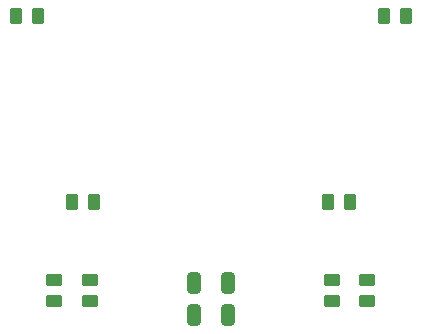
<source format=gbr>
%TF.GenerationSoftware,KiCad,Pcbnew,(6.0.10)*%
%TF.CreationDate,2023-08-29T00:03:06+02:00*%
%TF.ProjectId,Rentree ARES,52656e74-7265-4652-9041-5245532e6b69,rev?*%
%TF.SameCoordinates,Original*%
%TF.FileFunction,Paste,Top*%
%TF.FilePolarity,Positive*%
%FSLAX46Y46*%
G04 Gerber Fmt 4.6, Leading zero omitted, Abs format (unit mm)*
G04 Created by KiCad (PCBNEW (6.0.10)) date 2023-08-29 00:03:06*
%MOMM*%
%LPD*%
G01*
G04 APERTURE LIST*
G04 Aperture macros list*
%AMRoundRect*
0 Rectangle with rounded corners*
0 $1 Rounding radius*
0 $2 $3 $4 $5 $6 $7 $8 $9 X,Y pos of 4 corners*
0 Add a 4 corners polygon primitive as box body*
4,1,4,$2,$3,$4,$5,$6,$7,$8,$9,$2,$3,0*
0 Add four circle primitives for the rounded corners*
1,1,$1+$1,$2,$3*
1,1,$1+$1,$4,$5*
1,1,$1+$1,$6,$7*
1,1,$1+$1,$8,$9*
0 Add four rect primitives between the rounded corners*
20,1,$1+$1,$2,$3,$4,$5,0*
20,1,$1+$1,$4,$5,$6,$7,0*
20,1,$1+$1,$6,$7,$8,$9,0*
20,1,$1+$1,$8,$9,$2,$3,0*%
G04 Aperture macros list end*
%ADD10RoundRect,0.250000X0.325000X0.650000X-0.325000X0.650000X-0.325000X-0.650000X0.325000X-0.650000X0*%
%ADD11RoundRect,0.250000X-0.450000X0.262500X-0.450000X-0.262500X0.450000X-0.262500X0.450000X0.262500X0*%
%ADD12RoundRect,0.250000X-0.262500X-0.450000X0.262500X-0.450000X0.262500X0.450000X-0.262500X0.450000X0*%
%ADD13RoundRect,0.250000X0.262500X0.450000X-0.262500X0.450000X-0.262500X-0.450000X0.262500X-0.450000X0*%
G04 APERTURE END LIST*
D10*
%TO.C,C1*%
X123525000Y-121360000D03*
X126475000Y-121360000D03*
%TD*%
%TO.C,C2*%
X126475000Y-124110000D03*
X123525000Y-124110000D03*
%TD*%
D11*
%TO.C,R4*%
X111750000Y-122912500D03*
X111750000Y-121087500D03*
%TD*%
%TO.C,R5*%
X114750000Y-122912500D03*
X114750000Y-121087500D03*
%TD*%
%TO.C,R6*%
X135250000Y-122912500D03*
X135250000Y-121087500D03*
%TD*%
%TO.C,R7*%
X138250000Y-122912500D03*
X138250000Y-121087500D03*
%TD*%
D12*
%TO.C,R8*%
X110325000Y-98750000D03*
X108500000Y-98750000D03*
%TD*%
D13*
%TO.C,R9*%
X141500000Y-98750000D03*
X139675000Y-98750000D03*
%TD*%
D12*
%TO.C,R10*%
X134925000Y-114500000D03*
X136750000Y-114500000D03*
%TD*%
D13*
%TO.C,R11*%
X115075000Y-114500000D03*
X113250000Y-114500000D03*
%TD*%
M02*

</source>
